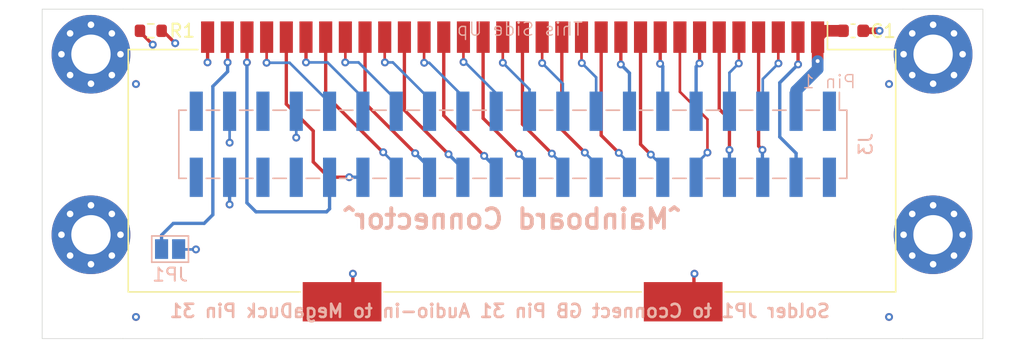
<source format=kicad_pcb>
(kicad_pcb (version 20240108) (generator "pcbnew") (generator_version "8.0")
  (title_block (title "GB to MegaDuck Cart Adapter") (date "2024-08-05") (rev "v1.0") (company "megaduck.dev"))
  (layers (0 "F.Cu" signal) (1 "In1.Cu" signal) (2 "In2.Cu" signal) (31 "B.Cu" signal) (34 "B.Paste" user) (35 "F.Paste" user) (36 "B.SilkS" user "B.Silkscreen") (37 "F.SilkS" user "F.Silkscreen") (38 "B.Mask" user) (39 "F.Mask" user) (44 "Edge.Cuts" user))
  (net 0 "")
  (net 1 "GND")
  (net 2 "/D6")
  (net 3 "/D7")
  (net 4 "/~{RES}")
  (net 5 "/D5")
  (net 6 "/D4")
  (net 7 "/D3")
  (net 8 "/D2")
  (net 9 "/D1")
  (net 10 "/D0")
  (net 11 "/A15")
  (net 12 "/A14")
  (net 13 "/A13")
  (net 14 "/A12")
  (net 15 "/A11")
  (net 16 "/A10")
  (net 17 "/A9")
  (net 18 "/A8")
  (net 19 "/A7")
  (net 20 "/A6")
  (net 21 "/A5")
  (net 22 "/A4")
  (net 23 "/A3")
  (net 24 "/A2")
  (net 25 "/A1")
  (net 26 "/A0")
  (net 27 "/~{CS}")
  (net 28 "/~{RD}")
  (net 29 "/~{WR}")
  (net 30 "/PHI")
  (net 31 "/VIN+")
  (net 32 "/VCC")
  (net 33 "Net-(J3-VIN)")
  (footprint "MountingHole:MountingHole_3mm_Pad_Via" (layer "F.Cu") (at 185.0348 83.9736)
    (property "Reference" "H5" (hide yes))
    (property "Value" "MountingHole_Pad")
    (pad "1" thru_hole circle (at -2.25 0) (size 0.8 0.8) (drill 0.5) (layers "*.Cu" "*.Mask") (net 1 "GND"))
    (pad "1" thru_hole circle (at -1.59099 -1.59099) (size 0.8 0.8) (drill 0.5) (layers "*.Cu" "*.Mask") (net 1 "GND"))
    (pad "1" thru_hole circle (at -1.59099 1.59099) (size 0.8 0.8) (drill 0.5) (layers "*.Cu" "*.Mask") (net 1 "GND"))
    (pad "1" thru_hole circle (at 0 -2.25) (size 0.8 0.8) (drill 0.5) (layers "*.Cu" "*.Mask") (net 1 "GND"))
    (pad "1" thru_hole circle (at 0 0) (size 6 6) (drill 3) (layers "*.Cu" "*.Mask") (net 1 "GND"))
    (pad "1" thru_hole circle (at 0 2.25) (size 0.8 0.8) (drill 0.5) (layers "*.Cu" "*.Mask") (net 1 "GND"))
    (pad "1" thru_hole circle (at 1.59099 -1.59099) (size 0.8 0.8) (drill 0.5) (layers "*.Cu" "*.Mask") (net 1 "GND"))
    (pad "1" thru_hole circle (at 1.59099 1.59099) (size 0.8 0.8) (drill 0.5) (layers "*.Cu" "*.Mask") (net 1 "GND"))
    (pad "1" thru_hole circle (at 2.25 0) (size 0.8 0.8) (drill 0.5) (layers "*.Cu" "*.Mask") (net 1 "GND"))
  )
  (footprint "MountingHole:MountingHole_3mm_Pad_Via" (layer "F.Cu") (at 120.8432 97.7536)
    (property "Reference" "H2" (hide yes))
    (property "Value" "MountingHole_Pad")
    (pad "1" thru_hole circle (at -2.25 0) (size 0.8 0.8) (drill 0.5) (layers "*.Cu" "*.Mask") (net 1 "GND"))
    (pad "1" thru_hole circle (at -1.59099 -1.59099) (size 0.8 0.8) (drill 0.5) (layers "*.Cu" "*.Mask") (net 1 "GND"))
    (pad "1" thru_hole circle (at -1.59099 1.59099) (size 0.8 0.8) (drill 0.5) (layers "*.Cu" "*.Mask") (net 1 "GND"))
    (pad "1" thru_hole circle (at 0 -2.25) (size 0.8 0.8) (drill 0.5) (layers "*.Cu" "*.Mask") (net 1 "GND"))
    (pad "1" thru_hole circle (at 0 0) (size 6 6) (drill 3) (layers "*.Cu" "*.Mask") (net 1 "GND"))
    (pad "1" thru_hole circle (at 0 2.25) (size 0.8 0.8) (drill 0.5) (layers "*.Cu" "*.Mask") (net 1 "GND"))
    (pad "1" thru_hole circle (at 1.59099 -1.59099) (size 0.8 0.8) (drill 0.5) (layers "*.Cu" "*.Mask") (net 1 "GND"))
    (pad "1" thru_hole circle (at 1.59099 1.59099) (size 0.8 0.8) (drill 0.5) (layers "*.Cu" "*.Mask") (net 1 "GND"))
    (pad "1" thru_hole circle (at 2.25 0) (size 0.8 0.8) (drill 0.5) (layers "*.Cu" "*.Mask") (net 1 "GND"))
  )
  (footprint "MountingHole:MountingHole_3mm_Pad_Via" (layer "F.Cu") (at 185.0348 97.7536)
    (property "Reference" "H6" (hide yes))
    (property "Value" "MountingHole_Pad")
    (pad "1" thru_hole circle (at -2.25 0) (size 0.8 0.8) (drill 0.5) (layers "*.Cu" "*.Mask") (net 1 "GND"))
    (pad "1" thru_hole circle (at -1.59099 -1.59099) (size 0.8 0.8) (drill 0.5) (layers "*.Cu" "*.Mask") (net 1 "GND"))
    (pad "1" thru_hole circle (at -1.59099 1.59099) (size 0.8 0.8) (drill 0.5) (layers "*.Cu" "*.Mask") (net 1 "GND"))
    (pad "1" thru_hole circle (at 0 -2.25) (size 0.8 0.8) (drill 0.5) (layers "*.Cu" "*.Mask") (net 1 "GND"))
    (pad "1" thru_hole circle (at 0 0) (size 6 6) (drill 3) (layers "*.Cu" "*.Mask") (net 1 "GND"))
    (pad "1" thru_hole circle (at 0 2.25) (size 0.8 0.8) (drill 0.5) (layers "*.Cu" "*.Mask") (net 1 "GND"))
    (pad "1" thru_hole circle (at 1.59099 -1.59099) (size 0.8 0.8) (drill 0.5) (layers "*.Cu" "*.Mask") (net 1 "GND"))
    (pad "1" thru_hole circle (at 1.59099 1.59099) (size 0.8 0.8) (drill 0.5) (layers "*.Cu" "*.Mask") (net 1 "GND"))
    (pad "1" thru_hole circle (at 2.25 0) (size 0.8 0.8) (drill 0.5) (layers "*.Cu" "*.Mask") (net 1 "GND"))
  )
  (footprint "Resistor_SMD:R_0603_1608Metric" (layer "F.Cu") (at 125.4034 82.185)
    (property "Reference" "R1" (at 2.3998 0 0) (layer "F.SilkS"))
    (property "Value" "100k")
    (fp_line (start -0.237258 -0.5225) (end 0.237258 -0.5225) (stroke (width 0.12)) (layer "F.SilkS"))
    (fp_line (start -0.237258 0.5225) (end 0.237258 0.5225) (stroke (width 0.12)) (layer "F.SilkS"))
    (pad "1" smd roundrect (at -0.825 0) (size 0.8 0.95) (layers "F.Cu" "F.Paste" "F.Mask") (net 32 "/VCC"))
    (pad "2" smd roundrect (at 0.825 0) (size 0.8 0.95) (layers "F.Cu" "F.Paste" "F.Mask") (net 4 "/~{RES}"))
  )
  (footprint "Capacitor_SMD:C_0603_1608Metric" (layer "F.Cu") (at 178.9334 82.185)
    (property "Reference" "C1" (at 2.286 0.0254 0) (layer "F.SilkS"))
    (property "Value" "0.1uf")
    (fp_line (start -0.14058 -0.51) (end 0.14058 -0.51) (stroke (width 0.12)) (layer "F.SilkS"))
    (fp_line (start -0.14058 0.51) (end 0.14058 0.51) (stroke (width 0.12)) (layer "F.SilkS"))
    (pad "1" smd roundrect (at -0.775 0) (size 0.9 0.95) (layers "F.Cu" "F.Paste" "F.Mask") (net 32 "/VCC"))
    (pad "2" smd roundrect (at 0.775 0) (size 0.9 0.95) (layers "F.Cu" "F.Paste" "F.Mask") (net 1 "GND"))
  )
  (footprint "User:GameBoy_Cartridge_AGS_1x32-1MP_P1.50mm_Socket_Horizontal" (layer "F.Cu") (at 152.9836 92.9176 180)
    (property "Reference" "J3" (hide yes))
    (property "Value" "GameBoy_Cartridge_MountingPin")
    (fp_line (start 29.3 9.3) (end 29.3 -9.2) (stroke (width 0.12)) (layer "F.SilkS"))
    (fp_line (start 29.3 9.3) (end 24 9.3) (stroke (width 0.12)) (layer "F.SilkS"))
    (fp_line (start 29.3 -9.2) (end 16.2 -9.2) (stroke (width 0.12)) (layer "F.SilkS"))
    (fp_line (start 9.8 -9.2) (end -9.8 -9.2) (stroke (width 0.12)) (layer "F.SilkS"))
    (fp_line (start -16.2 -9.2) (end -29.2 -9.2) (stroke (width 0.12)) (layer "F.SilkS"))
    (fp_line (start -24 9.3) (end -24 11.4) (stroke (width 0.12)) (layer "F.SilkS"))
    (fp_line (start -29.2 9.3) (end -24 9.3) (stroke (width 0.12)) (layer "F.SilkS"))
    (fp_line (start -29.2 9.3) (end -29.2 -9.2) (stroke (width 0.12)) (layer "F.SilkS"))
    (pad "" np_thru_hole circle (at -13 2.05 180) (size 2 2) (drill 2) (layers "*.Mask" "F.Cu" "In1.Cu" "In2.Cu" "B.Cu"))
    (pad "" np_thru_hole circle (at 13 2.05 180) (size 2 2) (drill 2) (layers "*.Mask" "F.Cu" "In1.Cu" "In2.Cu" "B.Cu"))
    (pad "1" smd rect (at -23.25 10.25 180) (size 1 2.4) (layers "F.Cu" "F.Paste" "F.Mask") (net 32 "/VCC"))
    (pad "2" smd rect (at -21.75 10.25 180) (size 1 2.4) (layers "F.Cu" "F.Paste" "F.Mask") (net 30 "/PHI"))
    (pad "3" smd rect (at -20.25 10.25 180) (size 1 2.4) (layers "F.Cu" "F.Paste" "F.Mask") (net 29 "/~{WR}"))
    (pad "4" smd rect (at -18.75 10.25 180) (size 1 2.4) (layers "F.Cu" "F.Paste" "F.Mask") (net 28 "/~{RD}"))
    (pad "5" smd rect (at -17.25 10.25 180) (size 1 2.4) (layers "F.Cu" "F.Paste" "F.Mask") (net 27 "/~{CS}"))
    (pad "6" smd rect (at -15.75 10.25 180) (size 1 2.4) (layers "F.Cu" "F.Paste" "F.Mask") (net 26 "/A0"))
    (pad "7" smd rect (at -14.25 10.25 180) (size 1 2.4) (layers "F.Cu" "F.Paste" "F.Mask") (net 25 "/A1"))
    (pad "8" smd rect (at -12.75 10.25 180) (size 1 2.4) (layers "F.Cu" "F.Paste" "F.Mask") (net 24 "/A2"))
    (pad "9" smd rect (at -11.25 10.25 180) (size 1 2.4) (layers "F.Cu" "F.Paste" "F.Mask") (net 23 "/A3"))
    (pad "10" smd rect (at -9.75 10.25 180) (size 1 2.4) (layers "F.Cu" "F.Paste" "F.Mask") (net 22 "/A4"))
    (pad "11" smd rect (at -8.25 10.25 180) (size 1 2.4) (layers "F.Cu" "F.Paste" "F.Mask") (net 21 "/A5"))
    (pad "12" smd rect (at -6.75 10.25 180) (size 1 2.4) (layers "F.Cu" "F.Paste" "F.Mask") (net 20 "/A6"))
    (pad "13" smd rect (at -5.25 10.25 180) (size 1 2.4) (layers "F.Cu" "F.Paste" "F.Mask") (net 19 "/A7"))
    (pad "14" smd rect (at -3.75 10.25 180) (size 1 2.4) (layers "F.Cu" "F.Paste" "F.Mask") (net 18 "/A8"))
    (pad "15" smd rect (at -2.25 10.25 180) (size 1 2.4) (layers "F.Cu" "F.Paste" "F.Mask") (net 17 "/A9"))
    (pad "16" smd rect (at -0.75 10.25 180) (size 1 2.4) (layers "F.Cu" "F.Paste" "F.Mask") (net 16 "/A10"))
    (pad "17" smd rect (at 0.75 10.25 180) (size 1 2.4) (layers "F.Cu" "F.Paste" "F.Mask") (net 15 "/A11"))
    (pad "18" smd rect (at 2.25 10.25 180) (size 1 2.4) (layers "F.Cu" "F.Paste" "F.Mask") (net 14 "/A12"))
    (pad "19" smd rect (at 3.75 10.25 180) (size 1 2.4) (layers "F.Cu" "F.Paste" "F.Mask") (net 13 "/A13"))
    (pad "20" smd rect (at 5.25 10.25 180) (size 1 2.4) (layers "F.Cu" "F.Paste" "F.Mask") (net 12 "/A14"))
    (pad "21" smd rect (at 6.75 10.25 180) (size 1 2.4) (layers "F.Cu" "F.Paste" "F.Mask") (net 11 "/A15"))
    (pad "22" smd rect (at 8.25 10.25 180) (size 1 2.4) (layers "F.Cu" "F.Paste" "F.Mask") (net 10 "/D0"))
    (pad "23" smd rect (at 9.75 10.25 180) (size 1 2.4) (layers "F.Cu" "F.Paste" "F.Mask") (net 9 "/D1"))
    (pad "24" smd rect (at 11.25 10.25 180) (size 1 2.4) (layers "F.Cu" "F.Paste" "F.Mask") (net 8 "/D2"))
    (pad "25" smd rect (at 12.75 10.25 180) (size 1 2.4) (layers "F.Cu" "F.Paste" "F.Mask") (net 7 "/D3"))
    (pad "26" smd rect (at 14.25 10.25 180) (size 1 2.4) (layers "F.Cu" "F.Paste" "F.Mask") (net 6 "/D4"))
    (pad "27" smd rect (at 15.75 10.25 180) (size 1 2.4) (layers "F.Cu" "F.Paste" "F.Mask") (net 5 "/D5"))
    (pad "28" smd rect (at 17.25 10.25 180) (size 1 2.4) (layers "F.Cu" "F.Paste" "F.Mask") (net 2 "/D6"))
    (pad "29" smd rect (at 18.75 10.25 180) (size 1 2.4) (layers "F.Cu" "F.Paste" "F.Mask") (net 3 "/D7"))
    (pad "30" smd rect (at 20.25 10.25 180) (size 1 2.4) (layers "F.Cu" "F.Paste" "F.Mask") (net 4 "/~{RES}"))
    (pad "31" smd rect (at 21.75 10.25 180) (size 1 2.4) (layers "F.Cu" "F.Paste" "F.Mask") (net 33 "Net-(J3-VIN)"))
    (pad "32" smd rect (at 23.25 10.25 180) (size 1 2.4) (layers "F.Cu" "F.Paste" "F.Mask") (net 1 "GND"))
    (pad "MP" smd rect (at -13 -9.95 180) (size 6 3) (layers "F.Cu" "F.Paste" "F.Mask") (net 1 "GND"))
    (pad "MP" smd rect (at 13 -9.95 180) (size 6 3) (layers "F.Cu" "F.Paste" "F.Mask") (net 1 "GND"))
  )
  (footprint "MountingHole:MountingHole_3mm_Pad_Via" (layer "F.Cu") (at 120.8432 83.9736)
    (property "Reference" "H1" (hide yes))
    (property "Value" "MountingHole_Pad")
    (pad "1" thru_hole circle (at -2.25 0) (size 0.8 0.8) (drill 0.5) (layers "*.Cu" "*.Mask") (net 1 "GND"))
    (pad "1" thru_hole circle (at -1.59099 -1.59099) (size 0.8 0.8) (drill 0.5) (layers "*.Cu" "*.Mask") (net 1 "GND"))
    (pad "1" thru_hole circle (at -1.59099 1.59099) (size 0.8 0.8) (drill 0.5) (layers "*.Cu" "*.Mask") (net 1 "GND"))
    (pad "1" thru_hole circle (at 0 -2.25) (size 0.8 0.8) (drill 0.5) (layers "*.Cu" "*.Mask") (net 1 "GND"))
    (pad "1" thru_hole circle (at 0 0) (size 6 6) (drill 3) (layers "*.Cu" "*.Mask") (net 1 "GND"))
    (pad "1" thru_hole circle (at 0 2.25) (size 0.8 0.8) (drill 0.5) (layers "*.Cu" "*.Mask") (net 1 "GND"))
    (pad "1" thru_hole circle (at 1.59099 -1.59099) (size 0.8 0.8) (drill 0.5) (layers "*.Cu" "*.Mask") (net 1 "GND"))
    (pad "1" thru_hole circle (at 1.59099 1.59099) (size 0.8 0.8) (drill 0.5) (layers "*.Cu" "*.Mask") (net 1 "GND"))
    (pad "1" thru_hole circle (at 2.25 0) (size 0.8 0.8) (drill 0.5) (layers "*.Cu" "*.Mask") (net 1 "GND"))
  )
  (footprint "Connector_PinSocket_2.54mm:PinSocket_2x20_P2.54mm_Vertical_SMD" (layer "B.Cu") (at 153 90.8464 90)
    (property "Reference" "J3" (at 0 26.9 90) (layer "B.SilkS") (effects (justify mirror)))
    (property "Value" "Conn_02x20_Odd_Even")
    (fp_line (start 2.6 -25.46) (end -2.6 -25.46) (stroke (width 0.12)) (layer "B.SilkS"))
    (fp_line (start 2.6 -25.46) (end 2.6 -24.89) (stroke (width 0.12)) (layer "B.SilkS"))
    (fp_line (start -2.6 -25.46) (end -2.6 -24.89) (stroke (width 0.12)) (layer "B.SilkS"))
    (fp_line (start 2.6 -23.37) (end 2.6 -22.35) (stroke (width 0.12)) (layer "B.SilkS"))
    (fp_line (start -2.6 -23.37) (end -2.6 -22.35) (stroke (width 0.12)) (layer "B.SilkS"))
    (fp_line (start 2.6 -20.83) (end 2.6 -19.81) (stroke (width 0.12)) (layer "B.SilkS"))
    (fp_line (start -2.6 -20.83) (end -2.6 -19.81) (stroke (width 0.12)) (layer "B.SilkS"))
    (fp_line (start 2.6 -18.29) (end 2.6 -17.27) (stroke (width 0.12)) (layer "B.SilkS"))
    (fp_line (start -2.6 -18.29) (end -2.6 -17.27) (stroke (width 0.12)) (layer "B.SilkS"))
    (fp_line (start 2.6 -15.75) (end 2.6 -14.73) (stroke (width 0.12)) (layer "B.SilkS"))
    (fp_line (start -2.6 -15.75) (end -2.6 -14.73) (stroke (width 0.12)) (layer "B.SilkS"))
    (fp_line (start 2.6 -13.21) (end 2.6 -12.19) (stroke (width 0.12)) (layer "B.SilkS"))
    (fp_line (start -2.6 -13.21) (end -2.6 -12.19) (stroke (width 0.12)) (layer "B.SilkS"))
    (fp_line (start 2.6 -10.67) (end 2.6 -9.65) (stroke (width 0.12)) (layer "B.SilkS"))
    (fp_line (start -2.6 -10.67) (end -2.6 -9.65) (stroke (width 0.12)) (layer "B.SilkS"))
    (fp_line (start 2.6 -8.13) (end 2.6 -7.11) (stroke (width 0.12)) (layer "B.SilkS"))
    (fp_line (start -2.6 -8.13) (end -2.6 -7.11) (stroke (width 0.12)) (layer "B.SilkS"))
    (fp_line (start 2.6 -5.59) (end 2.6 -4.57) (stroke (width 0.12)) (layer "B.SilkS"))
    (fp_line (start -2.6 -5.59) (end -2.6 -4.57) (stroke (width 0.12)) (layer "B.SilkS"))
    (fp_line (start 2.6 -3.05) (end 2.6 -2.03) (stroke (width 0.12)) (layer "B.SilkS"))
    (fp_line (start -2.6 -3.05) (end -2.6 -2.03) (stroke (width 0.12)) (layer "B.SilkS"))
    (fp_line (start 2.6 -0.51) (end 2.6 0.51) (stroke (width 0.12)) (layer "B.SilkS"))
    (fp_line (start -2.6 -0.51) (end -2.6 0.51) (stroke (width 0.12)) (layer "B.SilkS"))
    (fp_line (start 2.6 2.03) (end 2.6 3.05) (stroke (width 0.12)) (layer "B.SilkS"))
    (fp_line (start -2.6 2.03) (end -2.6 3.05) (stroke (width 0.12)) (layer "B.SilkS"))
    (fp_line (start 2.6 4.57) (end 2.6 5.59) (stroke (width 0.12)) (layer "B.SilkS"))
    (fp_line (start -2.6 4.57) (end -2.6 5.59) (stroke (width 0.12)) (layer "B.SilkS"))
    (fp_line (start 2.6 7.11) (end 2.6 8.13) (stroke (width 0.12)) (layer "B.SilkS"))
    (fp_line (start -2.6 7.11) (end -2.6 8.13) (stroke (width 0.12)) (layer "B.SilkS"))
    (fp_line (start 2.6 9.65) (end 2.6 10.67) (stroke (width 0.12)) (layer "B.SilkS"))
    (fp_line (start -2.6 9.65) (end -2.6 10.67) (stroke (width 0.12)) (layer "B.SilkS"))
    (fp_line (start 2.6 12.19) (end 2.6 13.21) (stroke (width 0.12)) (layer "B.SilkS"))
    (fp_line (start -2.6 12.19) (end -2.6 13.21) (stroke (width 0.12)) (layer "B.SilkS"))
    (fp_line (start 2.6 14.73) (end 2.6 15.75) (stroke (width 0.12)) (layer "B.SilkS"))
    (fp_line (start -2.6 14.73) (end -2.6 15.75) (stroke (width 0.12)) (layer "B.SilkS"))
    (fp_line (start 2.6 17.27) (end 2.6 18.29) (stroke (width 0.12)) (layer "B.SilkS"))
    (fp_line (start -2.6 17.27) (end -2.6 18.29) (stroke (width 0.12)) (layer "B.SilkS"))
    (fp_line (start 2.6 19.81) (end 2.6 20.83) (stroke (width 0.12)) (layer "B.SilkS"))
    (fp_line (start -2.6 19.81) (end -2.6 20.83) (stroke (width 0.12)) (layer "B.SilkS"))
    (fp_line (start 2.6 22.35) (end 2.6 23.37) (stroke (width 0.12)) (layer "B.SilkS"))
    (fp_line (start -2.6 22.35) (end -2.6 23.37) (stroke (width 0.12)) (layer "B.SilkS"))
    (fp_line (start 3.96 24.89) (end 2.6 24.89) (stroke (width 0.12)) (layer "B.SilkS"))
    (fp_line (start 2.6 24.89) (end 2.6 25.46) (stroke (width 0.12)) (layer "B.SilkS"))
    (fp_line (start -2.6 24.89) (end -2.6 25.46) (stroke (width 0.12)) (layer "B.SilkS"))
    (fp_line (start 2.6 25.46) (end -2.6 25.46) (stroke (width 0.12)) (layer "B.SilkS"))
    (pad "1" smd rect (at 2.52 24.13 90) (size 3 1) (layers "B.Cu" "B.Paste" "B.Mask"))
    (pad "2" smd rect (at -2.52 24.13 90) (size 3 1) (layers "B.Cu" "B.Paste" "B.Mask"))
    (pad "3" smd rect (at 2.52 21.59 90) (size 3 1) (layers "B.Cu" "B.Paste" "B.Mask") (net 32 "/VCC"))
    (pad "4" smd rect (at -2.52 21.59 90) (size 3 1) (layers "B.Cu" "B.Paste" "B.Mask") (net 30 "/PHI"))
    (pad "5" smd rect (at 2.52 19.05 90) (size 3 1) (layers "B.Cu" "B.Paste" "B.Mask") (net 29 "/~{WR}"))
    (pad "6" smd rect (at -2.52 19.05 90) (size 3 1) (layers "B.Cu" "B.Paste" "B.Mask") (net 28 "/~{RD}"))
    (pad "7" smd rect (at 2.52 16.51 90) (size 3 1) (layers "B.Cu" "B.Paste" "B.Mask") (net 27 "/~{CS}"))
    (pad "8" smd rect (at -2.52 16.51 90) (size 3 1) (layers "B.Cu" "B.Paste" "B.Mask") (net 26 "/A0"))
    (pad "9" smd rect (at 2.52 13.97 90) (size 3 1) (layers "B.Cu" "B.Paste" "B.Mask") (net 25 "/A1"))
    (pad "10" smd rect (at -2.52 13.97 90) (size 3 1) (layers "B.Cu" "B.Paste" "B.Mask") (net 24 "/A2"))
    (pad "11" smd rect (at 2.52 11.43 90) (size 3 1) (layers "B.Cu" "B.Paste" "B.Mask") (net 23 "/A3"))
    (pad "12" smd rect (at -2.52 11.43 90) (size 3 1) (layers "B.Cu" "B.Paste" "B.Mask") (net 22 "/A4"))
    (pad "13" smd rect (at 2.52 8.89 90) (size 3 1) (layers "B.Cu" "B.Paste" "B.Mask") (net 21 "/A5"))
    (pad "14" smd rect (at -2.52 8.89 90) (size 3 1) (layers "B.Cu" "B.Paste" "B.Mask") (net 20 "/A6"))
    (pad "15" smd rect (at 2.52 6.35 90) (size 3 1) (layers "B.Cu" "B.Paste" "B.Mask") (net 19 "/A7"))
    (pad "16" smd rect (at -2.52 6.35 90) (size 3 1) (layers "B.Cu" "B.Paste" "B.Mask") (net 18 "/A8"))
    (pad "17" smd rect (at 2.52 3.81 90) (size 3 1) (layers "B.Cu" "B.Paste" "B.Mask") (net 17 "/A9"))
    (pad "18" smd rect (at -2.52 3.81 90) (size 3 1) (layers "B.Cu" "B.Paste" "B.Mask") (net 16 "/A10"))
    (pad "19" smd rect (at 2.52 1.27 90) (size 3 1) (layers "B.Cu" "B.Paste" "B.Mask") (net 15 "/A11"))
    (pad "20" smd rect (at -2.52 1.27 90) (size 3 1) (layers "B.Cu" "B.Paste" "B.Mask") (net 14 "/A12"))
    (pad "21" smd rect (at 2.52 -1.27 90) (size 3 1) (layers "B.Cu" "B.Paste" "B.Mask") (net 13 "/A13"))
    (pad "22" smd rect (at -2.52 -1.27 90) (size 3 1) (layers "B.Cu" "B.Paste" "B.Mask") (net 12 "/A14"))
    (pad "23" smd rect (at 2.52 -3.81 90) (size 3 1) (layers "B.Cu" "B.Paste" "B.Mask") (net 11 "/A15"))
    (pad "24" smd rect (at -2.52 -3.81 90) (size 3 1) (layers "B.Cu" "B.Paste" "B.Mask") (net 10 "/D0"))
    (pad "25" smd rect (at 2.52 -6.35 90) (size 3 1) (layers "B.Cu" "B.Paste" "B.Mask") (net 9 "/D1"))
    (pad "26" smd rect (at -2.52 -6.35 90) (size 3 1) (layers "B.Cu" "B.Paste" "B.Mask") (net 8 "/D2"))
    (pad "27" smd rect (at 2.52 -8.89 90) (size 3 1) (layers "B.Cu" "B.Paste" "B.Mask") (net 7 "/D3"))
    (pad "28" smd rect (at -2.52 -8.89 90) (size 3 1) (layers "B.Cu" "B.Paste" "B.Mask") (net 6 "/D4"))
    (pad "29" smd rect (at 2.52 -11.43 90) (size 3 1) (layers "B.Cu" "B.Paste" "B.Mask") (net 5 "/D5"))
    (pad "30" smd rect (at -2.52 -11.43 90) (size 3 1) (layers "B.Cu" "B.Paste" "B.Mask") (net 2 "/D6"))
    (pad "31" smd rect (at 2.52 -13.97 90) (size 3 1) (layers "B.Cu" "B.Paste" "B.Mask") (net 3 "/D7"))
    (pad "32" smd rect (at -2.52 -13.97 90) (size 3 1) (layers "B.Cu" "B.Paste" "B.Mask") (net 4 "/~{RES}"))
    (pad "33" smd rect (at 2.52 -16.51 90) (size 3 1) (layers "B.Cu" "B.Paste" "B.Mask") (net 31 "/VIN+"))
    (pad "34" smd rect (at -2.52 -16.51 90) (size 3 1) (layers "B.Cu" "B.Paste" "B.Mask"))
    (pad "35" smd rect (at 2.52 -19.05 90) (size 3 1) (layers "B.Cu" "B.Paste" "B.Mask"))
    (pad "36" smd rect (at -2.52 -19.05 90) (size 3 1) (layers "B.Cu" "B.Paste" "B.Mask"))
    (pad "37" smd rect (at 2.52 -21.59 90) (size 3 1) (layers "B.Cu" "B.Paste" "B.Mask") (net 1 "GND"))
    (pad "38" smd rect (at -2.52 -21.59 90) (size 3 1) (layers "B.Cu" "B.Paste" "B.Mask") (net 1 "GND"))
    (pad "39" smd rect (at 2.52 -24.13 90) (size 3 1) (layers "B.Cu" "B.Paste" "B.Mask"))
    (pad "40" smd rect (at -2.52 -24.13 90) (size 3 1) (layers "B.Cu" "B.Paste" "B.Mask"))
  )
  (footprint "Jumper:SolderJumper-2_P1.3mm_Open_Pad1.0x1.5mm" (layer "B.Cu") (at 126.8738 98.8474 180)
    (property "Reference" "JP1" (at 0 -1.9558 0) (layer "B.SilkS") (effects (justify mirror)))
    (property "Value" "SolderJumper_2_Open")
    (fp_line (start 1.4 1) (end -1.4 1) (stroke (width 0.12)) (layer "B.SilkS"))
    (fp_line (start 1.4 -1) (end 1.4 1) (stroke (width 0.12)) (layer "B.SilkS"))
    (fp_line (start -1.4 1) (end -1.4 -1) (stroke (width 0.12)) (layer "B.SilkS"))
    (fp_line (start -1.4 -1) (end 1.4 -1) (stroke (width 0.12)) (layer "B.SilkS"))
    (pad "1" smd rect (at -0.65 0 180) (size 1 1.5) (layers "B.Cu" "B.Mask") (net 31 "/VIN+"))
    (pad "2" smd rect (at 0.65 0 180) (size 1 1.5) (layers "B.Cu" "B.Mask") (net 33 "Net-(J3-VIN)"))
  )
  (gr_line (start 129.3272 105.68) (end 129.2002 105.68) (stroke (width 0.05)) (layer "Edge.Cuts"))
  (gr_line (start 182.718 80.534) (end 188.83 80.534) (stroke (width 0.05)) (layer "Edge.Cuts"))
  (gr_line (start 123.282 105.68) (end 117.1258 105.68) (stroke (width 0.05)) (layer "Edge.Cuts"))
  (gr_line (start 123.282 80.534) (end 182.718 80.534) (stroke (width 0.05)) (layer "Edge.Cuts"))
  (gr_line (start 123.282 80.534) (end 117.1258 80.534) (stroke (width 0.05)) (layer "Edge.Cuts"))
  (gr_line (start 123.282 105.68) (end 129.2002 105.68) (stroke (width 0.05)) (layer "Edge.Cuts"))
  (gr_line (start 188.83 80.534) (end 188.83 105.68) (stroke (width 0.05)) (layer "Edge.Cuts"))
  (gr_line (start 129.3272 105.68) (end 176.9522 105.68) (stroke (width 0.05)) (layer "Edge.Cuts"))
  (gr_line (start 182.718 105.68) (end 176.9522 105.68) (stroke (width 0.05)) (layer "Edge.Cuts"))
  (gr_line (start 182.718 105.68) (end 188.83 105.68) (stroke (width 0.05)) (layer "Edge.Cuts"))
  (gr_line (start 117.1258 80.534) (end 117.1258 105.68) (stroke (width 0.05)) (layer "Edge.Cuts"))
  (gr_text "^Mainboard Connector^" (at 165.9286 97.425 0) (layer "B.SilkS") (effects (font (size 1.5 1.5) (thickness 0.3) (bold yes)) (justify left bottom mirror)))
  (gr_text "Pin 1" (at 177.1046 86.6554 0) (layer "B.SilkS") (effects (font (size 1 1) (thickness 0.1)) (justify bottom mirror)))
  (gr_text "This Side Up" (at 153.5334 82.6422 0) (layer "B.SilkS") (effects (font (size 1 1) (thickness 0.1)) (justify bottom mirror)))
  (gr_text "Solder JP1 to Cconnect GB Pin 31 Audio-in to MegaDuck Pin 31" (at 152.0094 104.156 0) (layer "B.SilkS") (effects (font (size 1 1) (thickness 0.2) (bold yes)) (justify bottom mirror)))
  (segment (start 166.8038 100.7662) (end 166.843 100.727) (width 0.254) (layer "F.Cu") (net 1))
  (segment (start 129.7336 84.5906) (end 129.7262 84.598) (width 0.254) (layer "F.Cu") (net 1))
  (segment (start 140.8038 100.7312) (end 140.808 100.727) (width 0.254) (layer "F.Cu") (net 1))
  (segment (start 140.8038 102.9184) (end 140.8038 100.7312) (width 0.254) (layer "F.Cu") (net 1))
  (segment (start 129.7336 82.7184) (end 129.7336 84.5906) (width 0.254) (layer "F.Cu") (net 1))
  (segment (start 179.7084 82.185) (end 180.953 82.185) (width 0.508) (layer "F.Cu") (net 1))
  (segment (start 166.8038 102.9184) (end 166.8038 100.7662) (width 0.254) (layer "F.Cu") (net 1))
  (via (at 131.41 95.4438) (size 0.6) (drill 0.3) (layers "F.Cu" "B.Cu") (net 1))
  (via (at 131.4132 90.7236) (size 0.6) (drill 0.3) (layers "F.Cu" "B.Cu") (net 1))
  (via (at 129.7262 84.598) (size 0.6) (drill 0.3) (layers "F.Cu" "B.Cu") (net 1))
  (via (at 166.843 100.727) (size 0.6) (drill 0.3) (layers "F.Cu" "B.Cu") (net 1))
  (via (at 181.6766 104.029) (size 0.6) (drill 0.3) (layers "F.Cu" "B.Cu") (net 1))
  (via (at 124.2726 86.249) (size 0.6) (drill 0.3) (layers "F.Cu" "B.Cu") (net 1))
  (via (at 124.2726 104.029) (size 0.6) (drill 0.3) (layers "F.Cu" "B.Cu") (net 1))
  (via (at 181.6766 86.249) (size 0.6) (drill 0.3) (layers "F.Cu" "B.Cu") (net 1))
  (via (at 140.808 100.727) (size 0.6) (drill 0.3) (layers "F.Cu" "B.Cu") (net 1))
  (via (at 180.953 82.185) (size 0.6) (drill 0.3) (layers "F.Cu" "B.Cu") (net 1))
  (segment (start 131.41 88.3264) (end 131.41 90.7204) (width 0.2) (layer "B.Cu") (net 1))
  (segment (start 131.41 93.3664) (end 131.41 95.4438) (width 0.254) (layer "B.Cu") (net 1))
  (segment (start 131.41 90.7204) (end 131.4132 90.7236) (width 0.2) (layer "B.Cu") (net 1))
  (segment (start 129.7336 84.6054) (end 129.7262 84.598) (width 0.2) (layer "B.Cu") (net 1))
  (segment (start 131.41 88.3264) (end 131.41 87.9762) (width 0.2) (layer "B.Cu") (net 1))
  (segment (start 135.7336 82.6676) (end 135.7336 87.7786) (width 0.254) (layer "F.Cu") (net 2))
  (segment (start 137.125 89.17) (end 137.7854 89.8304) (width 0.254) (layer "F.Cu") (net 2))
  (segment (start 137.7854 89.8304) (end 137.7854 92.1926) (width 0.254) (layer "F.Cu") (net 2))
  (segment (start 138.9538 93.361) (end 140.5286 93.361) (width 0.254) (layer "F.Cu") (net 2))
  (segment (start 135.7336 87.7786) (end 137.125 89.17) (width 0.254) (layer "F.Cu") (net 2))
  (segment (start 137.7854 92.1926) (end 138.9538 93.361) (width 0.254) (layer "F.Cu") (net 2))
  (via (at 140.5286 93.361) (size 0.6) (drill 0.3) (layers "F.Cu" "B.Cu") (net 2))
  (segment (start 141.5646 93.361) (end 141.57 93.3664) (width 0.254) (layer "B.Cu") (net 2))
  (segment (start 140.5286 93.361) (end 141.5646 93.361) (width 0.254) (layer "B.Cu") (net 2))
  (segment (start 134.2336 82.6676) (end 134.2336 84.6192) (width 0.2) (layer "F.Cu") (net 3))
  (segment (start 134.2336 84.6192) (end 134.2294 84.6234) (width 0.2) (layer "F.Cu") (net 3))
  (via (at 134.2294 84.6234) (size 0.6) (drill 0.3) (layers "F.Cu" "B.Cu") (net 3))
  (segment (start 134.2294 84.6234) (end 135.982 84.6234) (width 0.2) (layer "B.Cu") (net 3))
  (segment (start 135.982 84.6234) (end 139.03 87.6714) (width 0.2) (layer "B.Cu") (net 3))
  (segment (start 139.03 87.6714) (end 139.03 88.3264) (width 0.2) (layer "B.Cu") (net 3))
  (segment (start 126.3146 82.185) (end 127.2632 83.1336) (width 0.254) (layer "F.Cu") (net 4))
  (segment (start 132.7336 84.5952) (end 132.7308 84.598) (width 0.254) (layer "F.Cu") (net 4))
  (segment (start 132.7336 82.6676) (end 132.7336 84.5952) (width 0.254) (layer "F.Cu") (net 4))
  (segment (start 126.2284 82.185) (end 126.3146 82.185) (width 0.254) (layer "F.Cu") (net 4))
  (via (at 132.7308 84.598) (size 0.6) (drill 0.3) (layers "F.Cu" "B.Cu") (net 4))
  (via (at 127.2632 83.1336) (size 0.6) (drill 0.3) (layers "F.Cu" "B.Cu") (net 4))
  (segment (start 132.7308 84.598) (end 132.7308 95.3168) (width 0.254) (layer "B.Cu") (net 4))
  (segment (start 138.8014 96.0026) (end 139.03 95.774) (width 0.254) (layer "B.Cu") (net 4))
  (segment (start 139.03 95.774) (end 139.03 93.3664) (width 0.254) (layer "B.Cu") (net 4))
  (segment (start 133.4166 96.0026) (end 138.8014 96.0026) (width 0.254) (layer "B.Cu") (net 4))
  (segment (start 132.7308 95.3168) (end 133.4166 96.0026) (width 0.254) (layer "B.Cu") (net 4))
  (segment (start 137.2336 82.6676) (end 137.2336 84.598) (width 0.254) (layer "F.Cu") (net 5))
  (via (at 137.2336 84.598) (size 0.6) (drill 0.3) (layers "F.Cu" "B.Cu") (net 5))
  (segment (start 141.57 87.2904) (end 141.57 88.3264) (width 0.2) (layer "B.Cu") (net 5))
  (segment (start 138.8776 84.598) (end 141.57 87.2904) (width 0.2) (layer "B.Cu") (net 5))
  (segment (start 137.2336 84.598) (end 138.8776 84.598) (width 0.2) (layer "B.Cu") (net 5))
  (segment (start 143.094 91.456) (end 143.1194 91.456) (width 0.254) (layer "F.Cu") (net 6))
  (segment (start 138.7336 82.6676) (end 138.7336 87.0956) (width 0.254) (layer "F.Cu") (net 6))
  (segment (start 141.6462 90.0082) (end 143.094 91.456) (width 0.254) (layer "F.Cu") (net 6))
  (segment (start 138.7336 87.0956) (end 141.6462 90.0082) (width 0.254) (layer "F.Cu") (net 6))
  (via (at 143.1194 91.456) (size 0.6) (drill 0.3) (layers "F.Cu" "B.Cu") (net 6))
  (segment (start 144.11 93.3664) (end 144.11 92.4466) (width 0.2) (layer "B.Cu") (net 6))
  (segment (start 144.11 92.4466) (end 143.1194 91.456) (width 0.2) (layer "B.Cu") (net 6))
  (segment (start 144.11 93.3664) (end 144.11 92.0656) (width 0.2) (layer "B.Cu") (net 6))
  (segment (start 140.2336 82.6676) (end 140.2336 84.5882) (width 0.2) (layer "F.Cu") (net 7))
  (segment (start 140.2336 84.5882) (end 140.2238 84.598) (width 0.2) (layer "F.Cu") (net 7))
  (via (at 140.2238 84.598) (size 0.6) (drill 0.3) (layers "F.Cu" "B.Cu") (net 7))
  (segment (start 144.11 87.4682) (end 144.11 88.3264) (width 0.2) (layer "B.Cu") (net 7))
  (segment (start 141.2398 84.598) (end 144.11 87.4682) (width 0.2) (layer "B.Cu") (net 7))
  (segment (start 140.2238 84.598) (end 141.2398 84.598) (width 0.2) (layer "B.Cu") (net 7))
  (segment (start 141.7336 87.708) (end 145.5578 91.5322) (width 0.254) (layer "F.Cu") (net 8))
  (segment (start 141.7336 82.6676) (end 141.7336 87.708) (width 0.254) (layer "F.Cu") (net 8))
  (via (at 145.5578 91.5322) (size 0.6) (drill 0.3) (layers "F.Cu" "B.Cu") (net 8))
  (segment (start 146.65 92.6244) (end 146.65 93.3664) (width 0.254) (layer "B.Cu") (net 8))
  (segment (start 145.5578 91.5322) (end 146.65 92.6244) (width 0.254) (layer "B.Cu") (net 8))
  (segment (start 143.2336 82.6676) (end 143.2336 84.5852) (width 0.2) (layer "F.Cu") (net 9))
  (segment (start 143.2336 84.5852) (end 143.2464 84.598) (width 0.2) (layer "F.Cu") (net 9))
  (via (at 143.2464 84.598) (size 0.6) (drill 0.3) (layers "F.Cu" "B.Cu") (net 9))
  (segment (start 143.856 84.598) (end 146.65 87.392) (width 0.2) (layer "B.Cu") (net 9))
  (segment (start 143.2464 84.598) (end 143.856 84.598) (width 0.2) (layer "B.Cu") (net 9))
  (segment (start 146.65 87.392) (end 146.65 88.3264) (width 0.2) (layer "B.Cu") (net 9))
  (segment (start 144.7336 82.6676) (end 144.7336 88.2442) (width 0.254) (layer "F.Cu") (net 10))
  (segment (start 144.7196 82.6816) (end 144.7336 82.6676) (width 0.254) (layer "F.Cu") (net 10))
  (segment (start 144.7336 88.2442) (end 148.0978 91.6084) (width 0.254) (layer "F.Cu") (net 10))
  (via (at 148.0978 91.6084) (size 0.6) (drill 0.3) (layers "F.Cu" "B.Cu") (net 10))
  (segment (start 149.19 92.7006) (end 149.19 93.3664) (width 0.254) (layer "B.Cu") (net 10))
  (segment (start 148.0978 91.6084) (end 149.19 92.7006) (width 0.254) (layer "B.Cu") (net 10))
  (segment (start 146.2336 82.6676) (end 146.2336 84.6134) (width 0.2) (layer "F.Cu") (net 11))
  (segment (start 146.2336 84.6134) (end 146.2436 84.6234) (width 0.2) (layer "F.Cu") (net 11))
  (via (at 146.2436 84.6234) (size 0.6) (drill 0.3) (layers "F.Cu" "B.Cu") (net 11))
  (segment (start 146.2436 84.6234) (end 146.6246 84.6234) (width 0.2) (layer "B.Cu") (net 11))
  (segment (start 146.6246 84.6234) (end 149.19 87.1888) (width 0.2) (layer "B.Cu") (net 11))
  (segment (start 149.19 87.1888) (end 149.19 88.3264) (width 0.2) (layer "B.Cu") (net 11))
  (segment (start 147.7336 88.6534) (end 150.8156 91.7354) (width 0.254) (layer "F.Cu") (net 12))
  (segment (start 147.7336 82.6676) (end 147.7336 88.6534) (width 0.254) (layer "F.Cu") (net 12))
  (via (at 150.8156 91.7354) (size 0.6) (drill 0.3) (layers "F.Cu" "B.Cu") (net 12))
  (segment (start 151.73 92.6498) (end 151.73 93.3664) (width 0.254) (layer "B.Cu") (net 12))
  (segment (start 150.8156 91.7354) (end 151.73 92.6498) (width 0.254) (layer "B.Cu") (net 12))
  (segment (start 149.2336 82.6676) (end 149.2336 84.5654) (width 0.2) (layer "F.Cu") (net 13))
  (segment (start 149.2336 84.5654) (end 149.2408 84.5726) (width 0.2) (layer "F.Cu") (net 13))
  (via (at 149.2408 84.5726) (size 0.6) (drill 0.3) (layers "F.Cu" "B.Cu") (net 13))
  (segment (start 149.2408 84.5726) (end 149.3424 84.5726) (width 0.2) (layer "B.Cu") (net 13))
  (segment (start 151.73 86.9602) (end 151.73 88.3264) (width 0.2) (layer "B.Cu") (net 13))
  (segment (start 149.3424 84.5726) (end 151.73 86.9602) (width 0.2) (layer "B.Cu") (net 13))
  (segment (start 150.7336 82.6676) (end 150.7336 88.8594) (width 0.254) (layer "F.Cu") (net 14))
  (segment (start 150.7336 88.8594) (end 153.4572 91.583) (width 0.254) (layer "F.Cu") (net 14))
  (via (at 153.4572 91.583) (size 0.6) (drill 0.3) (layers "F.Cu" "B.Cu") (net 14))
  (segment (start 153.4572 91.583) (end 154.27 92.3958) (width 0.254) (layer "B.Cu") (net 14))
  (segment (start 154.27 92.3958) (end 154.27 93.3664) (width 0.254) (layer "B.Cu") (net 14))
  (segment (start 152.2336 82.6676) (end 152.2336 84.619) (width 0.2) (layer "F.Cu") (net 15))
  (segment (start 152.2336 84.619) (end 152.238 84.6234) (width 0.2) (layer "F.Cu") (net 15))
  (via (at 152.238 84.6234) (size 0.6) (drill 0.3) (layers "F.Cu" "B.Cu") (net 15))
  (segment (start 152.238 84.6234) (end 154.27 86.6554) (width 0.2) (layer "B.Cu") (net 15))
  (segment (start 154.27 86.6554) (end 154.27 88.3264) (width 0.2) (layer "B.Cu") (net 15))
  (segment (start 153.7336 82.6676) (end 153.7336 89.3194) (width 0.254) (layer "F.Cu") (net 16))
  (segment (start 153.7336 89.3194) (end 155.9718 91.5576) (width 0.254) (layer "F.Cu") (net 16))
  (via (at 155.9718 91.5576) (size 0.6) (drill 0.3) (layers "F.Cu" "B.Cu") (net 16))
  (segment (start 156.81 93.3664) (end 156.81 92.3958) (width 0.2) (layer "B.Cu") (net 16))
  (segment (start 156.81 92.3958) (end 155.9718 91.5576) (width 0.2) (layer "B.Cu") (net 16))
  (segment (start 155.2336 84.6472) (end 155.2352 84.6488) (width 0.2) (layer "F.Cu") (net 17))
  (segment (start 155.2336 82.6676) (end 155.2336 84.6472) (width 0.2) (layer "F.Cu") (net 17))
  (via (at 155.2352 84.6488) (size 0.6) (drill 0.3) (layers "F.Cu" "B.Cu") (net 17))
  (segment (start 156.81 86.2236) (end 156.81 88.3264) (width 0.2) (layer "B.Cu") (net 17))
  (segment (start 155.2352 84.6488) (end 156.81 86.2236) (width 0.2) (layer "B.Cu") (net 17))
  (segment (start 156.7336 89.7286) (end 158.4864 91.4814) (width 0.254) (layer "F.Cu") (net 18))
  (segment (start 156.7336 82.6676) (end 156.7336 89.7286) (width 0.254) (layer "F.Cu") (net 18))
  (via (at 158.4864 91.4814) (size 0.6) (drill 0.3) (layers "F.Cu" "B.Cu") (net 18))
  (segment (start 159.35 93.3664) (end 159.35 92.345) (width 0.2) (layer "B.Cu") (net 18))
  (segment (start 159.35 92.345) (end 158.4864 91.4814) (width 0.2) (layer "B.Cu") (net 18))
  (segment (start 158.2336 82.6676) (end 158.2336 84.6246) (width 0.2) (layer "F.Cu") (net 19))
  (segment (start 158.2336 84.6246) (end 158.2578 84.6488) (width 0.2) (layer "F.Cu") (net 19))
  (via (at 158.2578 84.6488) (size 0.6) (drill 0.3) (layers "F.Cu" "B.Cu") (net 19))
  (segment (start 159.35 85.741) (end 159.35 88.3264) (width 0.2) (layer "B.Cu") (net 19))
  (segment (start 158.2578 84.6488) (end 159.35 85.741) (width 0.2) (layer "B.Cu") (net 19))
  (segment (start 159.7336 90.1632) (end 161.0772 91.5068) (width 0.254) (layer "F.Cu") (net 20))
  (segment (start 159.7336 82.6676) (end 159.7336 90.1632) (width 0.254) (layer "F.Cu") (net 20))
  (via (at 161.0772 91.5068) (size 0.6) (drill 0.3) (layers "F.Cu" "B.Cu") (net 20))
  (segment (start 161.89 92.3196) (end 161.0772 91.5068) (width 0.2) (layer "B.Cu") (net 20))
  (segment (start 161.89 93.3664) (end 161.89 92.3196) (width 0.2) (layer "B.Cu") (net 20))
  (segment (start 161.2336 84.848) (end 161.2336 82.6676) (width 0.254) (layer "F.Cu") (net 21))
  (segment (start 161.2336 84.848) (end 161.2296 84.844) (width 0.254) (layer "F.Cu") (net 21))
  (segment (start 161.2296 84.844) (end 161.2296 84.7504) (width 0.254) (layer "F.Cu") (net 21))
  (via (at 161.2296 84.7504) (size 0.6) (drill 0.3) (layers "F.Cu" "B.Cu") (net 21))
  (segment (start 161.89 85.4108) (end 161.89 88.3264) (width 0.254) (layer "B.Cu") (net 21))
  (segment (start 161.2296 84.7504) (end 161.89 85.4108) (width 0.254) (layer "B.Cu") (net 21))
  (segment (start 162.7336 82.6676) (end 162.7336 90.8518) (width 0.254) (layer "F.Cu") (net 22))
  (segment (start 162.7336 90.8518) (end 163.5156 91.6338) (width 0.254) (layer "F.Cu") (net 22))
  (via (at 163.5156 91.6338) (size 0.6) (drill 0.3) (layers "F.Cu" "B.Cu") (net 22))
  (segment (start 164.43 93.3664) (end 164.43 92.5482) (width 0.2) (layer "B.Cu") (net 22))
  (segment (start 164.43 92.5482) (end 163.5156 91.6338) (width 0.2) (layer "B.Cu") (net 22))
  (segment (start 164.2268 84.5472) (end 164.2336 84.5404) (width 0.254) (layer "F.Cu") (net 23))
  (segment (start 164.2336 84.5404) (end 164.2336 82.6676) (width 0.254) (layer "F.Cu") (net 23))
  (segment (start 164.2268 84.7504) (end 164.2268 84.5472) (width 0.254) (layer "F.Cu") (net 23))
  (segment (start 164.2268 84.7504) (end 164.2268 84.6996) (width 0.254) (layer "F.Cu") (net 23))
  (via (at 164.2268 84.6996) (size 0.6) (drill 0.3) (layers "F.Cu" "B.Cu") (net 23))
  (segment (start 164.2268 84.6996) (end 164.43 84.9028) (width 0.254) (layer "B.Cu") (net 23))
  (segment (start 164.43 84.9028) (end 164.43 88.3264) (width 0.254) (layer "B.Cu") (net 23))
  (segment (start 167.8336 91.4814) (end 167.8336 88.9414) (width 0.2) (layer "F.Cu") (net 24))
  (segment (start 165.7336 86.8414) (end 165.7336 82.6676) (width 0.2) (layer "F.Cu") (net 24))
  (segment (start 167.8336 88.9414) (end 165.7336 86.8414) (width 0.2) (layer "F.Cu") (net 24))
  (via (at 167.8336 91.4814) (size 0.6) (drill 0.3) (layers "F.Cu" "B.Cu") (net 24))
  (segment (start 166.97 93.3664) (end 166.97 92.345) (width 0.2) (layer "B.Cu") (net 24))
  (segment (start 166.97 92.345) (end 167.8336 91.4814) (width 0.2) (layer "B.Cu") (net 24))
  (segment (start 167.2336 84.6076) (end 167.224 84.6172) (width 0.254) (layer "F.Cu") (net 25))
  (segment (start 167.2336 84.6076) (end 167.2336 82.6676) (width 0.254) (layer "F.Cu") (net 25))
  (segment (start 167.224 84.6172) (end 167.224 84.6742) (width 0.254) (layer "F.Cu") (net 25))
  (via (at 167.224 84.6742) (size 0.6) (drill 0.3) (layers "F.Cu" "B.Cu") (net 25))
  (segment (start 166.97 84.9282) (end 166.97 88.3264) (width 0.254) (layer "B.Cu") (net 25))
  (segment (start 167.224 84.6742) (end 166.97 84.9282) (width 0.254) (layer "B.Cu") (net 25))
  (segment (start 168.7336 82.6676) (end 168.7336 88.165) (width 0.254) (layer "F.Cu") (net 26))
  (segment (start 169.51 88.9414) (end 169.51 91.2782) (width 0.254) (layer "F.Cu") (net 26))
  (segment (start 168.7336 88.165) (end 168.9766 88.408) (width 0.254) (layer "F.Cu") (net 26))
  (segment (start 168.9766 88.408) (end 169.51 88.9414) (width 0.254) (layer "F.Cu") (net 26))
  (via (at 169.51 91.2782) (size 0.6) (drill 0.3) (layers "F.Cu" "B.Cu") (net 26))
  (segment (start 169.51 91.2782) (end 169.51 93.3664) (width 0.254) (layer "B.Cu") (net 26))
  (segment (start 170.2336 84.6618) (end 170.2212 84.6742) (width 0.2) (layer "F.Cu") (net 27))
  (segment (start 170.2336 82.6676) (end 170.2336 84.6618) (width 0.2) (layer "F.Cu") (net 27))
  (via (at 170.2212 84.6742) (size 0.6) (drill 0.3) (layers "F.Cu" "B.Cu") (net 27))
  (segment (start 169.51 85.3854) (end 169.51 88.3264) (width 0.2) (layer "B.Cu") (net 27))
  (segment (start 170.2212 84.6742) (end 169.51 85.3854) (width 0.2) (layer "B.Cu") (net 27))
  (segment (start 171.7336 82.6676) (end 171.7336 90.9872) (width 0.254) (layer "F.Cu") (net 28))
  (segment (start 171.7336 90.9872) (end 172.0246 91.2782) (width 0.254) (layer "F.Cu") (net 28))
  (via (at 172.0246 91.2782) (size 0.6) (drill 0.3) (layers "F.Cu" "B.Cu") (net 28))
  (segment (start 172.0246 93.341) (end 172.05 93.3664) (width 0.254) (layer "B.Cu") (net 28))
  (segment (start 172.0246 91.2782) (end 172.0246 93.341) (width 0.254) (layer "B.Cu") (net 28))
  (segment (start 173.2336 82.6676) (end 173.2336 84.664) (width 0.2) (layer "F.Cu") (net 29))
  (segment (start 173.2336 84.664) (end 173.2438 84.6742) (width 0.2) (layer "F.Cu") (net 29))
  (via (at 173.2438 84.6742) (size 0.6) (drill 0.3) (layers "F.Cu" "B.Cu") (net 29))
  (segment (start 173.2438 84.6742) (end 172.05 85.868) (width 0.2) (layer "B.Cu") (net 29))
  (segment (start 172.05 85.868) (end 172.05 88.3264) (width 0.2) (layer "B.Cu") (net 29))
  (segment (start 174.7336 82.6676) (end 174.7424 84.7504) (width 0.254) (layer "F.Cu") (net 30))
  (segment (start 174.7424 84.7504) (end 174.7336 84.64) (width 0.254) (layer "F.Cu") (net 30))
  (via (at 174.7424 84.7504) (size 0.6) (drill 0.3) (layers "F.Cu" "B.Cu") (net 30))
  (segment (start 173.3454 86.1474) (end 173.3454 90.2876) (width 0.254) (layer "B.Cu") (net 30))
  (segment (start 174.7424 84.7504) (end 173.3454 86.1474) (width 0.254) (layer "B.Cu") (net 30))
  (segment (start 174.59 91.5322) (end 174.59 93.3664) (width 0.254) (layer "B.Cu") (net 30))
  (segment (start 173.3454 90.2876) (end 174.59 91.5322) (width 0.254) (layer "B.Cu") (net 30))
  (via (at 136.49 90.3384) (size 0.6) (drill 0.3) (layers "F.Cu" "B.Cu") (net 31))
  (via (at 128.8446 98.8728) (size 0.6) (drill 0.3) (layers "F.Cu" "B.Cu") (net 31))
  (segment (start 127.5492 98.8728) (end 127.5238 98.8474) (width 0.2) (layer "B.Cu") (net 31))
  (segment (start 136.49 88.3264) (end 136.49 90.3384) (width 0.2) (layer "B.Cu") (net 31))
  (segment (start 128.8446 98.8728) (end 127.5492 98.8728) (width 0.2) (layer "B.Cu") (net 31))
  (segment (start 124.5784 82.2688) (end 125.5532 83.2436) (width 0.254) (layer "F.Cu") (net 32))
  (segment (start 176.7162 82.185) (end 176.2336 82.6676) (width 0.889) (layer "F.Cu") (net 32))
  (segment (start 178.1584 82.185) (end 176.7162 82.185) (width 0.889) (layer "F.Cu") (net 32))
  (segment (start 176.2336 82.6676) (end 176.2336 84.4964) (width 0.889) (layer "F.Cu") (net 32))
  (segment (start 124.5784 82.185) (end 124.5784 82.2688) (width 0.254) (layer "F.Cu") (net 32))
  (segment (start 124.5774 82.186) (end 124.5784 82.185) (width 0.254) (layer "F.Cu") (net 32))
  (via (at 125.5532 83.2436) (size 0.6) (drill 0.3) (layers "F.Cu" "B.Cu") (net 32))
  (via (at 176.2336 84.4964) (size 0.6) (drill 0.3) (layers "F.Cu" "B.Cu") (net 32))
  (segment (start 174.59 88.3264) (end 174.59 86.757) (width 0.889) (layer "B.Cu") (net 32))
  (segment (start 176.2336 85.1134) (end 176.2336 84.4964) (width 0.889) (layer "B.Cu") (net 32))
  (segment (start 174.59 86.757) (end 176.2336 85.1134) (width 0.889) (layer "B.Cu") (net 32))
  (segment (start 131.2664 84.5892) (end 131.2576 84.598) (width 0.254) (layer "F.Cu") (net 33))
  (segment (start 131.2664 82.7184) (end 131.2664 84.5892) (width 0.254) (layer "F.Cu") (net 33))
  (via (at 131.2576 84.598) (size 0.6) (drill 0.3) (layers "F.Cu" "B.Cu") (net 33))
  (segment (start 127.1232 96.8836) (end 126.2238 97.783) (width 0.254) (layer "B.Cu") (net 33))
  (segment (start 131.2576 85.2992) (end 130.1332 86.4236) (width 0.254) (layer "B.Cu") (net 33))
  (segment (start 126.2238 97.783) (end 126.2238 98.8474) (width 0.254) (layer "B.Cu") (net 33))
  (segment (start 130.1332 96.2236) (end 129.4732 96.8836) (width 0.254) (layer "B.Cu") (net 33))
  (segment (start 131.2576 84.598) (end 131.2576 85.2992) (width 0.254) (layer "B.Cu") (net 33))
  (segment (start 129.4732 96.8836) (end 127.1232 96.8836) (width 0.254) (layer "B.Cu") (net 33))
  (segment (start 130.1332 86.4236) (end 130.1332 96.2236) (width 0.254) (layer "B.Cu") (net 33))
)
</source>
